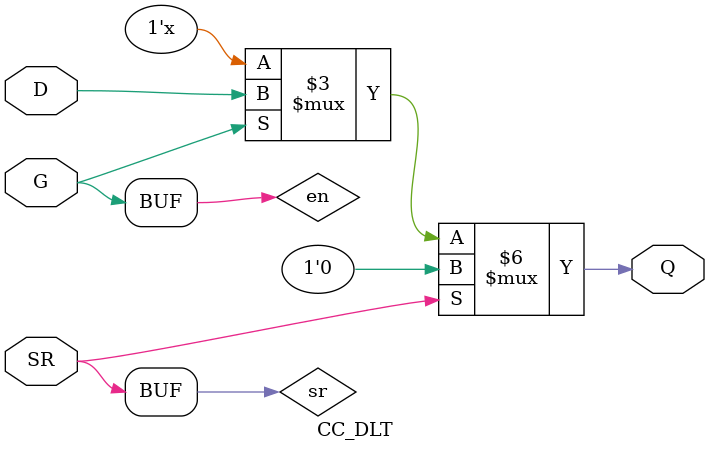
<source format=v>
module CC_DLT #(
	parameter [0:0] G_INV = 1'b0,
	parameter [0:0] SR_INV = 1'b0,
	parameter [0:0] SR_VAL = 1'b0
)(
	input D,
	input G,
	input SR,
	output reg Q
);
	wire en, sr;
	assign en  = (G_INV) ? ~G : G;
	assign sr  = (SR_INV) ? ~SR : SR;
	initial Q = 1'bX;
	always @(*)
	begin
		if (sr) begin
			Q <= SR_VAL;
		end
		else if (en) begin
			Q <= D;
		end
	end
endmodule
</source>
